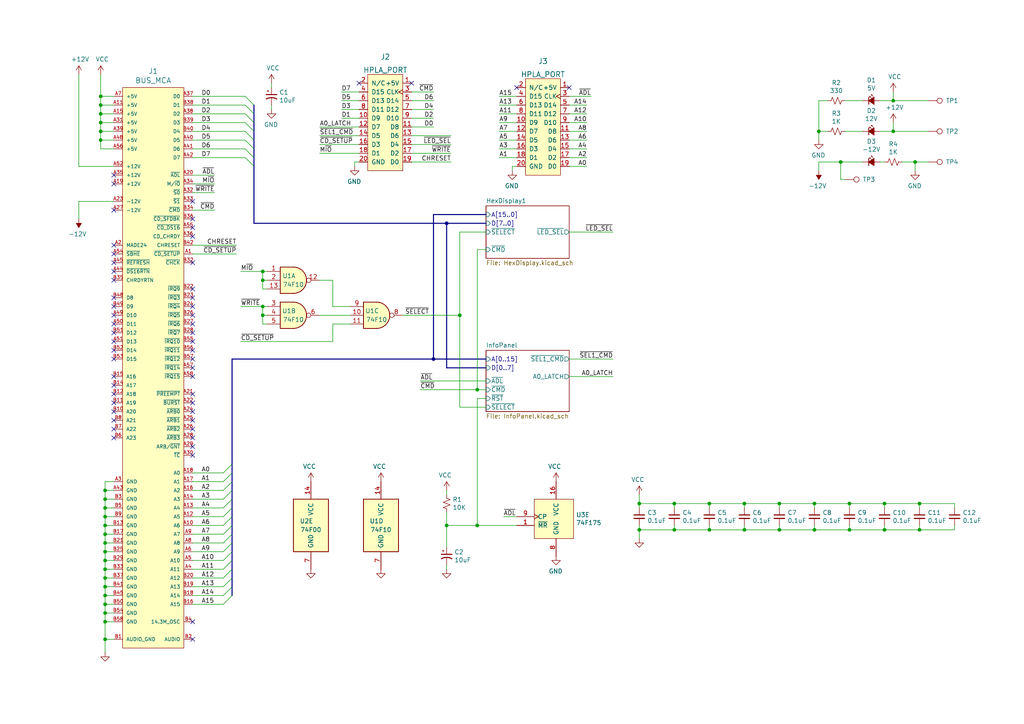
<source format=kicad_sch>
(kicad_sch (version 20211123) (generator eeschema)
  (paper "A4")
  (title_block (title "MC Mechanic") (rev "2") (company "(C) 2022 Tube Time") (comment 1 "http://creativecommons.org/licenses/by-sa/4.0/") (comment 2 "To view a copy of this license, visit") (comment 3 "Attribution-ShareAlike 4.0 International License.") (comment 4 "This work is licensed under the Creative Commons"))
  (lib_symbols
    (symbol "74xx:74LS00" (pin_names (offset 1.016))
      (property "Reference" "U" (at 0 1.27 0))
      (property "Value" "74LS00" (at 0 -1.27 0))
      (symbol "74LS00_1_1"
        (pin input line (at -7.62 2.54 0) (length 3.81) (name "~") (number "1"))
        (pin input line (at -7.62 -2.54 0) (length 3.81) (name "~") (number "2"))
        (pin output inverted (at 7.62 0 180) (length 3.81) (name "~") (number "3"))
      )
      (symbol "74LS00_1_2"
        (pin input inverted (at -7.62 2.54 0) (length 4.318) (name "~") (number "1"))
        (pin input inverted (at -7.62 -2.54 0) (length 4.318) (name "~") (number "2"))
        (pin output line (at 7.62 0 180) (length 3.81) (name "~") (number "3"))
      )
      (symbol "74LS00_2_1"
        (pin input line (at -7.62 2.54 0) (length 3.81) (name "~") (number "4"))
        (pin input line (at -7.62 -2.54 0) (length 3.81) (name "~") (number "5"))
        (pin output inverted (at 7.62 0 180) (length 3.81) (name "~") (number "6"))
      )
      (symbol "74LS00_2_2"
        (pin input inverted (at -7.62 2.54 0) (length 4.318) (name "~") (number "4"))
        (pin input inverted (at -7.62 -2.54 0) (length 4.318) (name "~") (number "5"))
        (pin output line (at 7.62 0 180) (length 3.81) (name "~") (number "6"))
      )
      (symbol "74LS00_3_1"
        (pin input line (at -7.62 -2.54 0) (length 3.81) (name "~") (number "10"))
        (pin output inverted (at 7.62 0 180) (length 3.81) (name "~") (number "8"))
        (pin input line (at -7.62 2.54 0) (length 3.81) (name "~") (number "9"))
      )
      (symbol "74LS00_3_2"
        (pin input inverted (at -7.62 -2.54 0) (length 4.318) (name "~") (number "10"))
        (pin output line (at 7.62 0 180) (length 3.81) (name "~") (number "8"))
        (pin input inverted (at -7.62 2.54 0) (length 4.318) (name "~") (number "9"))
      )
      (symbol "74LS00_4_1"
        (pin output inverted (at 7.62 0 180) (length 3.81) (name "~") (number "11"))
        (pin input line (at -7.62 2.54 0) (length 3.81) (name "~") (number "12"))
        (pin input line (at -7.62 -2.54 0) (length 3.81) (name "~") (number "13"))
      )
      (symbol "74LS00_4_2"
        (pin output line (at 7.62 0 180) (length 3.81) (name "~") (number "11"))
        (pin input inverted (at -7.62 2.54 0) (length 4.318) (name "~") (number "12"))
        (pin input inverted (at -7.62 -2.54 0) (length 4.318) (name "~") (number "13"))
      )
      (symbol "74LS00_5_0"
        (pin power_in line (at 0 12.7 270) (length 5.08) (name "VCC") (number "14"))
        (pin power_in line (at 0 -12.7 90) (length 5.08) (name "GND") (number "7"))
      )
    )
    (symbol "74xx:74LS10" (pin_names (offset 1.016))
      (property "Reference" "U" (at 0 1.27 0))
      (property "Value" "74LS10" (at 0 -1.27 0))
      (symbol "74LS10_1_1"
        (pin input line (at -7.62 2.54 0) (length 3.81) (name "~") (number "1"))
        (pin output inverted (at 7.62 0 180) (length 3.81) (name "~") (number "12"))
        (pin input line (at -7.62 -2.54 0) (length 3.81) (name "~") (number "13"))
        (pin input line (at -7.62 0 0) (length 3.81) (name "~") (number "2"))
      )
      (symbol "74LS10_1_2"
        (pin input inverted (at -7.62 2.54 0) (length 4.318) (name "~") (number "1"))
        (pin output line (at 7.62 0 180) (length 3.81) (name "~") (number "12"))
        (pin input inverted (at -7.62 -2.54 0) (length 4.318) (name "~") (number "13"))
        (pin input inverted (at -7.62 0 0) (length 4.953) (name "~") (number "2"))
      )
      (symbol "74LS10_2_1"
        (pin input line (at -7.62 2.54 0) (length 3.81) (name "~") (number "3"))
        (pin input line (at -7.62 0 0) (length 3.81) (name "~") (number "4"))
        (pin input line (at -7.62 -2.54 0) (length 3.81) (name "~") (number "5"))
        (pin output inverted (at 7.62 0 180) (length 3.81) (name "~") (number "6"))
      )
      (symbol "74LS10_2_2"
        (pin input inverted (at -7.62 2.54 0) (length 4.318) (name "~") (number "3"))
        (pin input inverted (at -7.62 0 0) (length 4.953) (name "~") (number "4"))
        (pin input inverted (at -7.62 -2.54 0) (length 4.318) (name "~") (number "5"))
        (pin output line (at 7.62 0 180) (length 3.81) (name "~") (number "6"))
      )
      (symbol "74LS10_3_1"
        (pin input line (at -7.62 0 0) (length 3.81) (name "~") (number "10"))
        (pin input line (at -7.62 -2.54 0) (length 3.81) (name "~") (number "11"))
        (pin output inverted (at 7.62 0 180) (length 3.81) (name "~") (number "8"))
        (pin input line (at -7.62 2.54 0) (length 3.81) (name "~") (number "9"))
      )
      (symbol "74LS10_3_2"
        (pin input inverted (at -7.62 0 0) (length 4.953) (name "~") (number "10"))
        (pin input inverted (at -7.62 -2.54 0) (length 4.318) (name "~") (number "11"))
        (pin output line (at 7.62 0 180) (length 3.81) (name "~") (number "8"))
        (pin input inverted (at -7.62 2.54 0) (length 4.318) (name "~") (number "9"))
      )
      (symbol "74LS10_4_0"
        (pin power_in line (at 0 12.7 270) (length 5.08) (name "VCC") (number "14"))
        (pin power_in line (at 0 -12.7 90) (length 5.08) (name "GND") (number "7"))
      )
    )
    (symbol "Connector:TestPoint" (pin_numbers hide) (pin_names (offset 0.762) hide)
      (property "Reference" "TP" (at 0 6.858 0))
      (property "Value" "TestPoint" (at 0 5.08 0))
      (symbol "TestPoint_1_1"
        (pin passive line (at 0 0 90) (length 2.54) (name "1") (number "1"))
      )
    )
    (symbol "Device:C_Polarized_Small_US" (pin_numbers hide) (pin_names (offset 0.254) hide)
      (property "Reference" "C" (at 0.254 1.778 0))
      (property "Value" "C_Polarized_Small_US" (at 0.254 -2.032 0))
      (symbol "C_Polarized_Small_US_1_1"
        (pin passive line (at 0 2.54 270) (length 2.032) (name "~") (number "1"))
        (pin passive line (at 0 -2.54 90) (length 2.032) (name "~") (number "2"))
      )
    )
    (symbol "Device:C_Small" (pin_numbers hide) (pin_names (offset 0.254) hide)
      (property "Reference" "C" (at 0.254 1.778 0))
      (property "Value" "C_Small" (at 0.254 -2.032 0))
      (symbol "C_Small_1_1"
        (pin passive line (at 0 2.54 270) (length 2.032) (name "~") (number "1"))
        (pin passive line (at 0 -2.54 90) (length 2.032) (name "~") (number "2"))
      )
    )
    (symbol "Device:LED_Small_Filled" (pin_numbers hide) (pin_names (offset 0.254) hide)
      (property "Reference" "D" (at -1.27 3.175 0))
      (property "Value" "LED_Small_Filled" (at -4.445 -2.54 0))
      (symbol "LED_Small_Filled_1_1"
        (pin passive line (at -2.54 0 0) (length 1.778) (name "K") (number "1"))
        (pin passive line (at 2.54 0 180) (length 1.778) (name "A") (number "2"))
      )
    )
    (symbol "Device:R_Small_US" (pin_numbers hide) (pin_names (offset 0.254) hide)
      (property "Reference" "R" (at 0.762 0.508 0))
      (property "Value" "R_Small_US" (at 0.762 -1.016 0))
      (symbol "R_Small_US_1_1"
        (pin passive line (at 0 2.54 270) (length 1.016) (name "~") (number "1"))
        (pin passive line (at 0 -2.54 90) (length 1.016) (name "~") (number "2"))
      )
    )
    (symbol "connectors:HPLA_PORT" (pin_names (offset 1.016))
      (property "Reference" "J" (at 5.08 2.54 0))
      (property "Value" "HPLA_PORT" (at 5.08 0 0))
      (symbol "HPLA_PORT_1_1"
        (pin passive line (at 12.7 -5.08 180) (length 2.54) (name "+5V") (number "1"))
        (pin passive line (at -2.54 -15.24 0) (length 2.54) (name "D9") (number "10"))
        (pin passive line (at 12.7 -17.78 180) (length 2.54) (name "D8") (number "11"))
        (pin passive line (at -2.54 -17.78 0) (length 2.54) (name "D7") (number "12"))
        (pin passive line (at 12.7 -20.32 180) (length 2.54) (name "D6") (number "13"))
        (pin passive line (at -2.54 -20.32 0) (length 2.54) (name "D5") (number "14"))
        (pin passive line (at 12.7 -22.86 180) (length 2.54) (name "D4") (number "15"))
        (pin passive line (at -2.54 -22.86 0) (length 2.54) (name "D3") (number "16"))
        (pin passive line (at 12.7 -25.4 180) (length 2.54) (name "D2") (number "17"))
        (pin passive line (at -2.54 -25.4 0) (length 2.54) (name "D1") (number "18"))
        (pin passive line (at 12.7 -27.94 180) (length 2.54) (name "D0") (number "19"))
        (pin passive line (at -2.54 -5.08 0) (length 2.54) (name "N/C") (number "2"))
        (pin passive line (at -2.54 -27.94 0) (length 2.54) (name "GND") (number "20"))
        (pin passive clock (at 12.7 -7.62 180) (length 2.54) (name "CLK") (number "3"))
        (pin passive line (at -2.54 -7.62 0) (length 2.54) (name "D15") (number "4"))
        (pin passive line (at 12.7 -10.16 180) (length 2.54) (name "D14") (number "5"))
        (pin passive line (at -2.54 -10.16 0) (length 2.54) (name "D13") (number "6"))
        (pin passive line (at 12.7 -12.7 180) (length 2.54) (name "D12") (number "7"))
        (pin passive line (at -2.54 -12.7 0) (length 2.54) (name "D11") (number "8"))
        (pin passive line (at 12.7 -15.24 180) (length 2.54) (name "D10") (number "9"))
      )
    )
    (symbol "logic:74X175" (pin_names (offset 1.016))
      (property "Reference" "U" (at 8.89 3.81 0))
      (property "Value" "74X175" (at 11.43 1.27 0))
      (symbol "74X175_1_1"
        (pin output line (at 12.7 -2.54 180) (length 5.08) (name "Q") (number "2"))
        (pin output line (at 12.7 -5.08 180) (length 5.08) (name "~{Q}") (number "3"))
        (pin input line (at -5.08 -2.54 0) (length 5.08) (name "D") (number "4"))
      )
      (symbol "74X175_2_1"
        (pin input line (at -5.08 -2.54 0) (length 5.08) (name "D") (number "5"))
        (pin output line (at 12.7 -5.08 180) (length 5.08) (name "~{Q}") (number "6"))
        (pin output line (at 12.7 -2.54 180) (length 5.08) (name "Q") (number "7"))
      )
      (symbol "74X175_3_1"
        (pin output line (at 12.7 -2.54 180) (length 5.08) (name "Q") (number "10"))
        (pin output line (at 12.7 -5.08 180) (length 5.08) (name "~{Q}") (number "11"))
        (pin input line (at -5.08 -2.54 0) (length 5.08) (name "D") (number "12"))
      )
      (symbol "74X175_4_1"
        (pin input line (at -5.08 -2.54 0) (length 5.08) (name "D") (number "13"))
        (pin output line (at 12.7 -5.08 180) (length 5.08) (name "~{Q}") (number "14"))
        (pin output line (at 12.7 -2.54 180) (length 5.08) (name "Q") (number "15"))
      )
      (symbol "74X175_5_1"
        (pin input line (at -5.08 -7.62 0) (length 5.08) (name "~{MR}") (number "1"))
        (pin power_in line (at 6.35 5.08 270) (length 5.08) (name "VCC") (number "16"))
        (pin power_in line (at 6.35 -16.51 90) (length 5.08) (name "GND") (number "8"))
        (pin input clock (at -5.08 -5.08 0) (length 5.08) (name "CP") (number "9"))
      )
    )
    (symbol "microchannel:BUS_MCA" (pin_names (offset 1.016))
      (property "Reference" "J" (at 1.27 107.95 0))
      (property "Value" "BUS_MCA" (at 6.35 105.41 0))
      (symbol "BUS_MCA_0_0"
        (pin output line (at 15.24 55.88 180) (length 2.54) (name "~{CD_SETUP}") (number "A1"))
        (pin output line (at 15.24 -22.86 180) (length 2.54) (name "A6") (number "A10"))
        (pin passive line (at -7.62 99.06 0) (length 2.54) (name "+5V") (number "A11"))
        (pin output line (at 15.24 -20.32 180) (length 2.54) (name "A5") (number "A12"))
        (pin output line (at 15.24 -17.78 180) (length 2.54) (name "A4") (number "A13"))
        (pin output line (at 15.24 -15.24 180) (length 2.54) (name "A3") (number "A14"))
        (pin passive line (at -7.62 96.52 0) (length 2.54) (name "+5V") (number "A15"))
        (pin output line (at 15.24 -12.7 180) (length 2.54) (name "A2") (number "A16"))
        (pin output line (at 15.24 -10.16 180) (length 2.54) (name "A1") (number "A17"))
        (pin output line (at 15.24 -7.62 180) (length 2.54) (name "A0") (number "A18"))
        (pin output line (at 15.24 78.74 180) (length 2.54) (name "~{ADL}") (number "A20"))
        (pin power_out line (at -7.62 -10.16 0) (length 2.54) (name "GND") (number "A3"))
        (pin passive line (at -7.62 93.98 0) (length 2.54) (name "+5V") (number "A31"))
        (pin output line (at 15.24 73.66 180) (length 2.54) (name "~{S0}") (number "A32"))
        (pin output line (at 15.24 71.12 180) (length 2.54) (name "~{S1}") (number "A33"))
        (pin output line (at 15.24 76.2 180) (length 2.54) (name "M/~{IO}") (number "A34"))
        (pin bidirectional line (at 15.24 101.6 180) (length 2.54) (name "D0") (number "A37"))
        (pin bidirectional line (at 15.24 96.52 180) (length 2.54) (name "D2") (number "A38"))
        (pin passive line (at -7.62 91.44 0) (length 2.54) (name "+5V") (number "A39"))
        (pin output line (at 15.24 -35.56 180) (length 2.54) (name "A11") (number "A4"))
        (pin bidirectional line (at 15.24 88.9 180) (length 2.54) (name "D5") (number "A40"))
        (pin bidirectional line (at 15.24 86.36 180) (length 2.54) (name "D6") (number "A41"))
        (pin bidirectional line (at 15.24 83.82 180) (length 2.54) (name "D7") (number "A42"))
        (pin passive line (at -7.62 -12.7 0) (length 2.54) (name "GND") (number "A43"))
        (pin output line (at 15.24 -33.02 180) (length 2.54) (name "A10") (number "A5"))
        (pin output line (at 15.24 -30.48 180) (length 2.54) (name "A9") (number "A6"))
        (pin power_out line (at -7.62 101.6 0) (length 2.54) (name "+5V") (number "A7"))
        (pin output line (at 15.24 -27.94 180) (length 2.54) (name "A8") (number "A8"))
        (pin output line (at 15.24 -25.4 180) (length 2.54) (name "A7") (number "A9"))
        (pin passive line (at -7.62 -22.86 0) (length 2.54) (name "GND") (number "B13"))
        (pin output line (at 15.24 -45.72 180) (length 2.54) (name "A15") (number "B16"))
        (pin passive line (at -7.62 -25.4 0) (length 2.54) (name "GND") (number "B17"))
        (pin output line (at 15.24 -43.18 180) (length 2.54) (name "A14") (number "B18"))
        (pin output line (at 15.24 -40.64 180) (length 2.54) (name "A13") (number "B19"))
        (pin output line (at 15.24 -38.1 180) (length 2.54) (name "A12") (number "B20"))
        (pin passive line (at -7.62 -27.94 0) (length 2.54) (name "GND") (number "B21"))
        (pin passive line (at -7.62 -30.48 0) (length 2.54) (name "GND") (number "B25"))
        (pin passive line (at -7.62 -33.02 0) (length 2.54) (name "GND") (number "B29"))
        (pin passive line (at -7.62 -15.24 0) (length 2.54) (name "GND") (number "B3"))
        (pin passive line (at -7.62 -35.56 0) (length 2.54) (name "GND") (number "B33"))
        (pin output line (at 15.24 68.58 180) (length 2.54) (name "~{CMD}") (number "B34"))
        (pin input line (at 15.24 66.04 180) (length 2.54) (name "~{CD_SFDBK}") (number "B36"))
        (pin passive line (at -7.62 -38.1 0) (length 2.54) (name "GND") (number "B37"))
        (pin bidirectional line (at 15.24 99.06 180) (length 2.54) (name "D1") (number "B38"))
        (pin bidirectional line (at 15.24 93.98 180) (length 2.54) (name "D3") (number "B39"))
        (pin bidirectional line (at 15.24 91.44 180) (length 2.54) (name "D4") (number "B40"))
        (pin passive line (at -7.62 -40.64 0) (length 2.54) (name "GND") (number "B41"))
        (pin output line (at 15.24 58.42 180) (length 2.54) (name "CHRESET") (number "B42"))
        (pin passive line (at -7.62 -43.18 0) (length 2.54) (name "GND") (number "B45"))
        (pin passive line (at -7.62 -17.78 0) (length 2.54) (name "GND") (number "B5"))
        (pin passive line (at -7.62 -20.32 0) (length 2.54) (name "GND") (number "B9"))
      )
      (symbol "BUS_MCA_1_1"
        (pin passive line (at -7.62 76.2 0) (length 2.54) (name "+12V") (number "A19"))
        (pin output line (at -7.62 58.42 0) (length 2.54) (name "MADE24") (number "A2"))
        (pin open_collector line (at 15.24 15.24 180) (length 2.54) (name "~{PREEMPT}") (number "A21"))
        (pin open_collector line (at 15.24 12.7 180) (length 2.54) (name "~{BURST}") (number "A22"))
        (pin power_out line (at -7.62 71.12 0) (length 2.54) (name "-12V") (number "A23"))
        (pin open_collector line (at 15.24 10.16 180) (length 2.54) (name "~{ARB0}") (number "A24"))
        (pin open_collector line (at 15.24 7.62 180) (length 2.54) (name "~{ARB1}") (number "A25"))
        (pin open_collector line (at 15.24 5.08 180) (length 2.54) (name "~{ARB2}") (number "A26"))
        (pin passive line (at -7.62 68.58 0) (length 2.54) (name "-12V") (number "A27"))
        (pin open_collector line (at 15.24 2.54 180) (length 2.54) (name "~{ARB3}") (number "A28"))
        (pin output line (at 15.24 0 180) (length 2.54) (name "ARB/~{GNT}") (number "A29"))
        (pin output line (at 15.24 -2.54 180) (length 2.54) (name "~{TC}") (number "A30"))
        (pin passive line (at -7.62 78.74 0) (length 2.54) (name "+12V") (number "A35"))
        (pin input line (at 15.24 60.96 180) (length 2.54) (name "CD_CHRDY") (number "A36"))
        (pin output line (at -7.62 50.8 0) (length 2.54) (name "~{DS16RTN}") (number "A44"))
        (pin output line (at -7.62 53.34 0) (length 2.54) (name "~{REFRESH}") (number "A45"))
        (pin passive line (at -7.62 88.9 0) (length 2.54) (name "+5V") (number "A48"))
        (pin bidirectional line (at -7.62 38.1 0) (length 2.54) (name "D10") (number "A49"))
        (pin bidirectional line (at -7.62 35.56 0) (length 2.54) (name "D11") (number "A50"))
        (pin bidirectional line (at -7.62 30.48 0) (length 2.54) (name "D13") (number "A51"))
        (pin power_out line (at -7.62 81.28 0) (length 2.54) (name "+12V") (number "A52"))
        (pin output line (at -7.62 55.88 0) (length 2.54) (name "~{SBHE}") (number "A54"))
        (pin input line (at 15.24 63.5 180) (length 2.54) (name "~{CD_DS16}") (number "A55"))
        (pin passive line (at -7.62 86.36 0) (length 2.54) (name "+5V") (number "A56"))
        (pin open_collector line (at 15.24 22.86 180) (length 2.54) (name "~{IRQ14}") (number "A57"))
        (pin open_collector line (at 15.24 20.32 180) (length 2.54) (name "~{IRQ15}") (number "A58"))
        (pin passive line (at -7.62 -55.88 0) (length 2.54) (name "AUDIO_GND") (number "B1"))
        (pin output line (at -7.62 10.16 0) (length 2.54) (name "A20") (number "B10"))
        (pin output line (at -7.62 12.7 0) (length 2.54) (name "A19") (number "B11"))
        (pin output line (at -7.62 15.24 0) (length 2.54) (name "A18") (number "B12"))
        (pin output line (at -7.62 17.78 0) (length 2.54) (name "A17") (number "B14"))
        (pin output line (at -7.62 20.32 0) (length 2.54) (name "A16") (number "B15"))
        (pin passive line (at 15.24 -55.88 180) (length 2.54) (name "AUDIO") (number "B2"))
        (pin open_collector line (at 15.24 45.72 180) (length 2.54) (name "~{IRQ9}") (number "B22"))
        (pin open_collector line (at 15.24 43.18 180) (length 2.54) (name "~{IRQ3}") (number "B23"))
        (pin open_collector line (at 15.24 40.64 180) (length 2.54) (name "~{IRQ4}") (number "B24"))
        (pin open_collector line (at 15.24 38.1 180) (length 2.54) (name "~{IRQ5}") (number "B26"))
        (pin open_collector line (at 15.24 35.56 180) (length 2.54) (name "~{IRQ6}") (number "B27"))
        (pin open_collector line (at 15.24 33.02 180) (length 2.54) (name "~{IRQ7}") (number "B28"))
        (pin input line (at 15.24 53.34 180) (length 2.54) (name "~{CHCK}") (number "B32"))
        (pin output line (at -7.62 48.26 0) (length 2.54) (name "CHRDYRTN") (number "B35"))
        (pin output line (at 15.24 -50.8 180) (length 2.54) (name "14.3M_OSC") (number "B4"))
        (pin bidirectional line (at -7.62 43.18 0) (length 2.54) (name "D8") (number "B48"))
        (pin bidirectional line (at -7.62 40.64 0) (length 2.54) (name "D9") (number "B49"))
        (pin passive line (at -7.62 -45.72 0) (length 2.54) (name "GND") (number "B50"))
        (pin bidirectional line (at -7.62 33.02 0) (length 2.54) (name "D12") (number "B51"))
        (pin bidirectional line (at -7.62 27.94 0) (length 2.54) (name "D14") (number "B52"))
        (pin bidirectional line (at -7.62 25.4 0) (length 2.54) (name "D15") (number "B53"))
        (pin passive line (at -7.62 -48.26 0) (length 2.54) (name "GND") (number "B54"))
        (pin open_collector line (at 15.24 30.48 180) (length 2.54) (name "~{IRQ10}") (number "B55"))
        (pin open_collector line (at 15.24 27.94 180) (length 2.54) (name "~{IRQ11}") (number "B56"))
        (pin open_collector line (at 15.24 25.4 180) (length 2.54) (name "~{IRQ12}") (number "B57"))
        (pin passive line (at -7.62 -50.8 0) (length 2.54) (name "GND") (number "B58"))
        (pin output line (at -7.62 2.54 0) (length 2.54) (name "A23") (number "B6"))
        (pin output line (at -7.62 5.08 0) (length 2.54) (name "A22") (number "B7"))
        (pin output line (at -7.62 7.62 0) (length 2.54) (name "A21") (number "B8"))
      )
    )
    (symbol "power:+12V" (power) (pin_names (offset 0))
      (property "Value" "+12V" (at 0 3.556 0))
      (symbol "+12V_1_1"
        (pin power_in line (at 0 0 90) (length 0) hide (name "+12V") (number "1"))
      )
    )
    (symbol "power:-12V" (power) (pin_names (offset 0))
      (property "Value" "-12V" (at 0 3.81 0))
      (symbol "-12V_0_0"
        (pin power_in line (at 0 0 90) (length 0) hide (name "-12V") (number "1"))
      )
    )
    (symbol "power:GND" (power) (pin_names (offset 0))
      (property "Value" "GND" (at 0 -3.81 0))
      (symbol "GND_1_1"
        (pin power_in line (at 0 0 270) (length 0) hide (name "GND") (number "1"))
      )
    )
    (symbol "power:VCC" (power) (pin_names (offset 0))
      (property "Value" "VCC" (at 0 3.81 0))
      (symbol "VCC_1_1"
        (pin power_in line (at 0 0 90) (length 0) hide (name "VCC") (number "1"))
      )
    )
  )
  (junction (at 30.48 160.02))
  (junction (at 76.2 91.44))
  (junction (at 30.48 165.1))
  (junction (at 30.48 142.24))
  (junction (at 265.43 46.99))
  (junction (at 29.21 33.02))
  (junction (at 29.21 35.56))
  (junction (at 138.43 113.03))
  (junction (at 226.06 146.05))
  (junction (at 30.48 152.4))
  (junction (at 205.74 146.05))
  (junction (at 30.48 147.32))
  (junction (at 185.42 146.05))
  (junction (at 256.54 153.67))
  (junction (at 30.48 180.34))
  (junction (at 226.06 153.67))
  (junction (at 76.2 88.9))
  (junction (at 256.54 146.05))
  (junction (at 215.9 146.05))
  (junction (at 129.54 64.77))
  (junction (at 236.22 146.05))
  (junction (at 29.21 38.1))
  (junction (at 30.48 185.42))
  (junction (at 30.48 175.26))
  (junction (at 138.43 152.4))
  (junction (at 195.58 146.05))
  (junction (at 246.38 153.67))
  (junction (at 237.49 38.1))
  (junction (at 125.73 104.14))
  (junction (at 30.48 144.78))
  (junction (at 30.48 167.64))
  (junction (at 30.48 157.48))
  (junction (at 129.54 152.4))
  (junction (at 76.2 78.74))
  (junction (at 243.84 46.99))
  (junction (at 30.48 170.18))
  (junction (at 29.21 27.94))
  (junction (at 259.08 29.21))
  (junction (at 205.74 153.67))
  (junction (at 30.48 177.8))
  (junction (at 29.21 40.64))
  (junction (at 30.48 172.72))
  (junction (at 266.7 146.05))
  (junction (at 195.58 153.67))
  (junction (at 30.48 162.56))
  (junction (at 76.2 81.28))
  (junction (at 215.9 153.67))
  (junction (at 29.21 30.48))
  (junction (at 259.08 38.1))
  (junction (at 236.22 153.67))
  (junction (at 30.48 149.86))
  (junction (at 133.35 91.44))
  (junction (at 266.7 153.67))
  (junction (at 30.48 154.94))
  (junction (at 185.42 153.67))
  (junction (at 246.38 146.05))
  (no_connect (at 33.02 86.36))
  (no_connect (at 33.02 119.38))
  (no_connect (at 33.02 60.96))
  (no_connect (at 165.1 25.4))
  (no_connect (at 149.86 25.4))
  (no_connect (at 33.02 93.98))
  (no_connect (at 33.02 50.8))
  (no_connect (at 33.02 53.34))
  (no_connect (at 33.02 101.6))
  (no_connect (at 33.02 96.52))
  (no_connect (at 33.02 109.22))
  (no_connect (at 33.02 111.76))
  (no_connect (at 33.02 91.44))
  (no_connect (at 55.88 58.42))
  (no_connect (at 33.02 121.92))
  (no_connect (at 55.88 180.34))
  (no_connect (at 55.88 101.6))
  (no_connect (at 55.88 132.08))
  (no_connect (at 55.88 91.44))
  (no_connect (at 55.88 93.98))
  (no_connect (at 55.88 83.82))
  (no_connect (at 55.88 86.36))
  (no_connect (at 55.88 88.9))
  (no_connect (at 55.88 96.52))
  (no_connect (at 55.88 106.68))
  (no_connect (at 55.88 109.22))
  (no_connect (at 55.88 114.3))
  (no_connect (at 55.88 116.84))
  (no_connect (at 55.88 104.14))
  (no_connect (at 55.88 99.06))
  (no_connect (at 55.88 129.54))
  (no_connect (at 55.88 127))
  (no_connect (at 55.88 119.38))
  (no_connect (at 55.88 121.92))
  (no_connect (at 55.88 124.46))
  (no_connect (at 33.02 81.28))
  (no_connect (at 33.02 78.74))
  (no_connect (at 33.02 71.12))
  (no_connect (at 33.02 73.66))
  (no_connect (at 55.88 66.04))
  (no_connect (at 55.88 63.5))
  (no_connect (at 55.88 76.2))
  (no_connect (at 33.02 114.3))
  (no_connect (at 33.02 76.2))
  (no_connect (at 55.88 185.42))
  (no_connect (at 33.02 127))
  (no_connect (at 33.02 104.14))
  (no_connect (at 33.02 124.46))
  (no_connect (at 33.02 99.06))
  (no_connect (at 33.02 116.84))
  (no_connect (at 33.02 88.9))
  (no_connect (at 55.88 68.58))
  (no_connect (at 119.38 24.13))
  (no_connect (at 104.14 24.13))
  (bus_entry (at 71.12 33.02) (size 2.54 2.54))
  (bus_entry (at 64.77 165.1) (size 2.54 -2.54))
  (bus_entry (at 64.77 175.26) (size 2.54 -2.54))
  (bus_entry (at 64.77 144.78) (size 2.54 -2.54))
  (bus_entry (at 71.12 40.64) (size 2.54 2.54))
  (bus_entry (at 71.12 45.72) (size 2.54 2.54))
  (bus_entry (at 64.77 167.64) (size 2.54 -2.54))
  (bus_entry (at 64.77 137.16) (size 2.54 -2.54))
  (bus_entry (at 71.12 43.18) (size 2.54 2.54))
  (bus_entry (at 64.77 139.7) (size 2.54 -2.54))
  (bus_entry (at 64.77 160.02) (size 2.54 -2.54))
  (bus_entry (at 64.77 157.48) (size 2.54 -2.54))
  (bus_entry (at 64.77 170.18) (size 2.54 -2.54))
  (bus_entry (at 64.77 162.56) (size 2.54 -2.54))
  (bus_entry (at 64.77 147.32) (size 2.54 -2.54))
  (bus_entry (at 64.77 142.24) (size 2.54 -2.54))
  (bus_entry (at 64.77 152.4) (size 2.54 -2.54))
  (bus_entry (at 64.77 172.72) (size 2.54 -2.54))
  (bus_entry (at 71.12 38.1) (size 2.54 2.54))
  (bus_entry (at 71.12 27.94) (size 2.54 2.54))
  (bus_entry (at 64.77 154.94) (size 2.54 -2.54))
  (bus_entry (at 71.12 30.48) (size 2.54 2.54))
  (bus_entry (at 64.77 149.86) (size 2.54 -2.54))
  (bus_entry (at 71.12 35.56) (size 2.54 2.54))
  (bus (pts (xy 73.66 33.02) (xy 73.66 35.56)))
  (wire (pts (xy 55.88 137.16) (xy 64.77 137.16)))
  (wire (pts (xy 266.7 153.67) (xy 276.86 153.67)))
  (wire (pts (xy 55.88 142.24) (xy 64.77 142.24)))
  (bus (pts (xy 67.31 139.7) (xy 67.31 142.24)))
  (wire (pts (xy 165.1 40.64) (xy 170.18 40.64)))
  (wire (pts (xy 205.74 146.05) (xy 215.9 146.05)))
  (wire (pts (xy 33.02 139.7) (xy 30.48 139.7)))
  (wire (pts (xy 246.38 146.05) (xy 246.38 147.32)))
  (wire (pts (xy 276.86 152.4) (xy 276.86 153.67)))
  (wire (pts (xy 119.38 44.45) (xy 130.81 44.45)))
  (wire (pts (xy 165.1 38.1) (xy 170.18 38.1)))
  (wire (pts (xy 29.21 40.64) (xy 29.21 38.1)))
  (wire (pts (xy 76.2 78.74) (xy 69.85 78.74)))
  (wire (pts (xy 29.21 30.48) (xy 33.02 30.48)))
  (wire (pts (xy 140.97 72.39) (xy 138.43 72.39)))
  (wire (pts (xy 30.48 170.18) (xy 30.48 172.72)))
  (wire (pts (xy 121.92 113.03) (xy 138.43 113.03)))
  (bus (pts (xy 129.54 64.77) (xy 129.54 106.68)))
  (wire (pts (xy 237.49 38.1) (xy 237.49 29.21)))
  (wire (pts (xy 165.1 48.26) (xy 170.18 48.26)))
  (bus (pts (xy 67.31 149.86) (xy 67.31 152.4)))
  (wire (pts (xy 237.49 40.64) (xy 237.49 38.1)))
  (wire (pts (xy 33.02 33.02) (xy 29.21 33.02)))
  (wire (pts (xy 215.9 146.05) (xy 226.06 146.05)))
  (wire (pts (xy 119.38 26.67) (xy 125.73 26.67)))
  (wire (pts (xy 261.62 46.99) (xy 265.43 46.99)))
  (wire (pts (xy 30.48 154.94) (xy 30.48 157.48)))
  (wire (pts (xy 29.21 33.02) (xy 29.21 30.48)))
  (wire (pts (xy 133.35 118.11) (xy 140.97 118.11)))
  (wire (pts (xy 96.52 93.98) (xy 96.52 99.06)))
  (wire (pts (xy 236.22 146.05) (xy 246.38 146.05)))
  (wire (pts (xy 29.21 35.56) (xy 33.02 35.56)))
  (wire (pts (xy 149.86 48.26) (xy 148.59 48.26)))
  (wire (pts (xy 76.2 78.74) (xy 76.2 81.28)))
  (wire (pts (xy 102.87 48.26) (xy 102.87 46.99)))
  (wire (pts (xy 165.1 27.94) (xy 171.45 27.94)))
  (wire (pts (xy 76.2 88.9) (xy 76.2 91.44)))
  (wire (pts (xy 138.43 152.4) (xy 129.54 152.4)))
  (wire (pts (xy 236.22 152.4) (xy 236.22 153.67)))
  (wire (pts (xy 30.48 162.56) (xy 30.48 165.1)))
  (wire (pts (xy 55.88 154.94) (xy 64.77 154.94)))
  (wire (pts (xy 256.54 146.05) (xy 266.7 146.05)))
  (bus (pts (xy 67.31 134.62) (xy 67.31 137.16)))
  (wire (pts (xy 185.42 153.67) (xy 185.42 156.21)))
  (wire (pts (xy 77.47 88.9) (xy 76.2 88.9)))
  (wire (pts (xy 22.86 58.42) (xy 22.86 63.5)))
  (wire (pts (xy 215.9 153.67) (xy 205.74 153.67)))
  (wire (pts (xy 55.88 172.72) (xy 64.77 172.72)))
  (wire (pts (xy 55.88 175.26) (xy 64.77 175.26)))
  (wire (pts (xy 102.87 46.99) (xy 104.14 46.99)))
  (wire (pts (xy 226.06 146.05) (xy 236.22 146.05)))
  (bus (pts (xy 73.66 38.1) (xy 73.66 40.64)))
  (wire (pts (xy 92.71 44.45) (xy 104.14 44.45)))
  (wire (pts (xy 55.88 38.1) (xy 71.12 38.1)))
  (wire (pts (xy 55.88 40.64) (xy 71.12 40.64)))
  (wire (pts (xy 133.35 67.31) (xy 133.35 91.44)))
  (wire (pts (xy 33.02 27.94) (xy 29.21 27.94)))
  (wire (pts (xy 119.38 46.99) (xy 130.81 46.99)))
  (wire (pts (xy 33.02 40.64) (xy 29.21 40.64)))
  (wire (pts (xy 55.88 149.86) (xy 64.77 149.86)))
  (wire (pts (xy 185.42 143.51) (xy 185.42 146.05)))
  (wire (pts (xy 237.49 46.99) (xy 243.84 46.99)))
  (wire (pts (xy 33.02 38.1) (xy 29.21 38.1)))
  (bus (pts (xy 73.66 43.18) (xy 73.66 45.72)))
  (wire (pts (xy 55.88 73.66) (xy 68.58 73.66)))
  (wire (pts (xy 33.02 144.78) (xy 30.48 144.78)))
  (wire (pts (xy 30.48 149.86) (xy 30.48 152.4)))
  (wire (pts (xy 246.38 152.4) (xy 246.38 153.67)))
  (wire (pts (xy 55.88 53.34) (xy 62.23 53.34)))
  (wire (pts (xy 165.1 104.14) (xy 177.8 104.14)))
  (bus (pts (xy 67.31 167.64) (xy 67.31 170.18)))
  (wire (pts (xy 259.08 35.56) (xy 259.08 38.1)))
  (wire (pts (xy 259.08 26.67) (xy 259.08 29.21)))
  (wire (pts (xy 237.49 46.99) (xy 237.49 49.53)))
  (bus (pts (xy 67.31 162.56) (xy 67.31 165.1)))
  (wire (pts (xy 140.97 115.57) (xy 138.43 115.57)))
  (wire (pts (xy 266.7 146.05) (xy 276.86 146.05)))
  (wire (pts (xy 226.06 152.4) (xy 226.06 153.67)))
  (wire (pts (xy 55.88 55.88) (xy 62.23 55.88)))
  (wire (pts (xy 255.27 38.1) (xy 259.08 38.1)))
  (wire (pts (xy 29.21 30.48) (xy 29.21 27.94)))
  (wire (pts (xy 55.88 60.96) (xy 62.23 60.96)))
  (wire (pts (xy 144.78 38.1) (xy 149.86 38.1)))
  (wire (pts (xy 78.74 24.13) (xy 78.74 25.4)))
  (wire (pts (xy 92.71 91.44) (xy 101.6 91.44)))
  (wire (pts (xy 250.19 38.1) (xy 245.11 38.1)))
  (wire (pts (xy 138.43 115.57) (xy 138.43 152.4)))
  (wire (pts (xy 138.43 152.4) (xy 149.86 152.4)))
  (wire (pts (xy 30.48 147.32) (xy 30.48 149.86)))
  (wire (pts (xy 30.48 167.64) (xy 30.48 170.18)))
  (wire (pts (xy 133.35 91.44) (xy 133.35 118.11)))
  (bus (pts (xy 73.66 45.72) (xy 73.66 48.26)))
  (wire (pts (xy 148.59 48.26) (xy 148.59 49.53)))
  (wire (pts (xy 119.38 39.37) (xy 130.81 39.37)))
  (wire (pts (xy 77.47 78.74) (xy 76.2 78.74)))
  (bus (pts (xy 67.31 157.48) (xy 67.31 160.02)))
  (bus (pts (xy 67.31 104.14) (xy 67.31 134.62)))
  (bus (pts (xy 73.66 48.26) (xy 73.66 64.77)))
  (wire (pts (xy 246.38 153.67) (xy 256.54 153.67)))
  (bus (pts (xy 140.97 104.14) (xy 125.73 104.14)))
  (wire (pts (xy 140.97 67.31) (xy 133.35 67.31)))
  (wire (pts (xy 144.78 33.02) (xy 149.86 33.02)))
  (wire (pts (xy 30.48 142.24) (xy 30.48 144.78)))
  (wire (pts (xy 226.06 153.67) (xy 215.9 153.67)))
  (wire (pts (xy 33.02 157.48) (xy 30.48 157.48)))
  (wire (pts (xy 33.02 185.42) (xy 30.48 185.42)))
  (bus (pts (xy 73.66 40.64) (xy 73.66 43.18)))
  (wire (pts (xy 76.2 91.44) (xy 76.2 93.98)))
  (wire (pts (xy 138.43 72.39) (xy 138.43 113.03)))
  (wire (pts (xy 55.88 144.78) (xy 64.77 144.78)))
  (wire (pts (xy 33.02 147.32) (xy 30.48 147.32)))
  (wire (pts (xy 205.74 146.05) (xy 205.74 147.32)))
  (wire (pts (xy 30.48 172.72) (xy 30.48 175.26)))
  (bus (pts (xy 67.31 144.78) (xy 67.31 147.32)))
  (wire (pts (xy 33.02 167.64) (xy 30.48 167.64)))
  (wire (pts (xy 33.02 175.26) (xy 30.48 175.26)))
  (wire (pts (xy 92.71 36.83) (xy 104.14 36.83)))
  (wire (pts (xy 101.6 93.98) (xy 96.52 93.98)))
  (wire (pts (xy 22.86 58.42) (xy 33.02 58.42)))
  (wire (pts (xy 55.88 147.32) (xy 64.77 147.32)))
  (wire (pts (xy 76.2 88.9) (xy 69.85 88.9)))
  (wire (pts (xy 30.48 185.42) (xy 30.48 189.23)))
  (wire (pts (xy 195.58 146.05) (xy 205.74 146.05)))
  (wire (pts (xy 30.48 157.48) (xy 30.48 160.02)))
  (wire (pts (xy 33.02 177.8) (xy 30.48 177.8)))
  (wire (pts (xy 55.88 30.48) (xy 71.12 30.48)))
  (wire (pts (xy 165.1 109.22) (xy 177.8 109.22)))
  (wire (pts (xy 185.42 147.32) (xy 185.42 146.05)))
  (wire (pts (xy 165.1 30.48) (xy 170.18 30.48)))
  (wire (pts (xy 165.1 67.31) (xy 177.8 67.31)))
  (wire (pts (xy 78.74 31.75) (xy 78.74 30.48)))
  (wire (pts (xy 205.74 152.4) (xy 205.74 153.67)))
  (wire (pts (xy 55.88 50.8) (xy 62.23 50.8)))
  (wire (pts (xy 55.88 27.94) (xy 71.12 27.94)))
  (wire (pts (xy 119.38 29.21) (xy 125.73 29.21)))
  (wire (pts (xy 226.06 146.05) (xy 226.06 147.32)))
  (wire (pts (xy 129.54 143.51) (xy 129.54 142.24)))
  (wire (pts (xy 256.54 152.4) (xy 256.54 153.67)))
  (wire (pts (xy 129.54 165.1) (xy 129.54 163.83)))
  (bus (pts (xy 73.66 64.77) (xy 129.54 64.77)))
  (wire (pts (xy 195.58 152.4) (xy 195.58 153.67)))
  (wire (pts (xy 33.02 172.72) (xy 30.48 172.72)))
  (wire (pts (xy 92.71 41.91) (xy 104.14 41.91)))
  (wire (pts (xy 55.88 170.18) (xy 64.77 170.18)))
  (wire (pts (xy 265.43 46.99) (xy 269.24 46.99)))
  (wire (pts (xy 99.06 29.21) (xy 104.14 29.21)))
  (wire (pts (xy 243.84 46.99) (xy 250.19 46.99)))
  (wire (pts (xy 29.21 43.18) (xy 29.21 40.64)))
  (wire (pts (xy 243.84 46.99) (xy 243.84 52.07)))
  (wire (pts (xy 195.58 146.05) (xy 195.58 147.32)))
  (wire (pts (xy 144.78 40.64) (xy 149.86 40.64)))
  (wire (pts (xy 236.22 146.05) (xy 236.22 147.32)))
  (wire (pts (xy 256.54 146.05) (xy 256.54 147.32)))
  (wire (pts (xy 33.02 180.34) (xy 30.48 180.34)))
  (bus (pts (xy 67.31 147.32) (xy 67.31 149.86)))
  (bus (pts (xy 67.31 165.1) (xy 67.31 167.64)))
  (wire (pts (xy 245.11 52.07) (xy 243.84 52.07)))
  (wire (pts (xy 195.58 153.67) (xy 185.42 153.67)))
  (wire (pts (xy 55.88 139.7) (xy 64.77 139.7)))
  (wire (pts (xy 236.22 153.67) (xy 226.06 153.67)))
  (bus (pts (xy 67.31 170.18) (xy 67.31 172.72)))
  (wire (pts (xy 116.84 91.44) (xy 133.35 91.44)))
  (wire (pts (xy 92.71 81.28) (xy 96.52 81.28)))
  (bus (pts (xy 73.66 35.56) (xy 73.66 38.1)))
  (wire (pts (xy 30.48 165.1) (xy 30.48 167.64)))
  (wire (pts (xy 144.78 35.56) (xy 149.86 35.56)))
  (wire (pts (xy 55.88 165.1) (xy 64.77 165.1)))
  (wire (pts (xy 250.19 29.21) (xy 245.11 29.21)))
  (wire (pts (xy 30.48 180.34) (xy 30.48 185.42)))
  (wire (pts (xy 29.21 27.94) (xy 29.21 21.59)))
  (wire (pts (xy 119.38 34.29) (xy 125.73 34.29)))
  (bus (pts (xy 67.31 142.24) (xy 67.31 144.78)))
  (bus (pts (xy 125.73 62.23) (xy 125.73 104.14)))
  (wire (pts (xy 205.74 153.67) (xy 195.58 153.67)))
  (wire (pts (xy 33.02 48.26) (xy 22.86 48.26)))
  (wire (pts (xy 30.48 160.02) (xy 30.48 162.56)))
  (wire (pts (xy 215.9 146.05) (xy 215.9 147.32)))
  (wire (pts (xy 92.71 39.37) (xy 104.14 39.37)))
  (wire (pts (xy 55.88 167.64) (xy 64.77 167.64)))
  (wire (pts (xy 119.38 31.75) (xy 125.73 31.75)))
  (wire (pts (xy 55.88 43.18) (xy 71.12 43.18)))
  (wire (pts (xy 30.48 177.8) (xy 30.48 180.34)))
  (wire (pts (xy 265.43 49.53) (xy 265.43 46.99)))
  (wire (pts (xy 55.88 162.56) (xy 64.77 162.56)))
  (wire (pts (xy 96.52 81.28) (xy 96.52 88.9)))
  (bus (pts (xy 67.31 160.02) (xy 67.31 162.56)))
  (wire (pts (xy 29.21 35.56) (xy 29.21 33.02)))
  (wire (pts (xy 259.08 38.1) (xy 269.24 38.1)))
  (wire (pts (xy 33.02 154.94) (xy 30.48 154.94)))
  (wire (pts (xy 33.02 43.18) (xy 29.21 43.18)))
  (wire (pts (xy 55.88 33.02) (xy 71.12 33.02)))
  (wire (pts (xy 246.38 146.05) (xy 256.54 146.05)))
  (wire (pts (xy 77.47 81.28) (xy 76.2 81.28)))
  (wire (pts (xy 30.48 175.26) (xy 30.48 177.8)))
  (bus (pts (xy 125.73 62.23) (xy 140.97 62.23)))
  (wire (pts (xy 149.86 149.86) (xy 146.05 149.86)))
  (wire (pts (xy 30.48 139.7) (xy 30.48 142.24)))
  (wire (pts (xy 266.7 146.05) (xy 266.7 147.32)))
  (wire (pts (xy 276.86 146.05) (xy 276.86 147.32)))
  (wire (pts (xy 256.54 153.67) (xy 266.7 153.67)))
  (wire (pts (xy 76.2 81.28) (xy 76.2 83.82)))
  (wire (pts (xy 129.54 152.4) (xy 129.54 158.75)))
  (wire (pts (xy 96.52 99.06) (xy 69.85 99.06)))
  (wire (pts (xy 185.42 153.67) (xy 185.42 152.4)))
  (wire (pts (xy 76.2 93.98) (xy 77.47 93.98)))
  (wire (pts (xy 99.06 31.75) (xy 104.14 31.75)))
  (wire (pts (xy 30.48 152.4) (xy 30.48 154.94)))
  (wire (pts (xy 33.02 170.18) (xy 30.48 170.18)))
  (wire (pts (xy 237.49 38.1) (xy 240.03 38.1)))
  (wire (pts (xy 55.88 157.48) (xy 64.77 157.48)))
  (wire (pts (xy 215.9 152.4) (xy 215.9 153.67)))
  (bus (pts (xy 67.31 152.4) (xy 67.31 154.94)))
  (wire (pts (xy 144.78 27.94) (xy 149.86 27.94)))
  (wire (pts (xy 165.1 35.56) (xy 170.18 35.56)))
  (bus (pts (xy 140.97 64.77) (xy 129.54 64.77)))
  (wire (pts (xy 55.88 45.72) (xy 71.12 45.72)))
  (wire (pts (xy 119.38 41.91) (xy 130.81 41.91)))
  (wire (pts (xy 99.06 26.67) (xy 104.14 26.67)))
  (wire (pts (xy 259.08 29.21) (xy 269.24 29.21)))
  (wire (pts (xy 55.88 152.4) (xy 64.77 152.4)))
  (wire (pts (xy 165.1 45.72) (xy 170.18 45.72)))
  (bus (pts (xy 129.54 106.68) (xy 140.97 106.68)))
  (wire (pts (xy 96.52 88.9) (xy 101.6 88.9)))
  (wire (pts (xy 246.38 153.67) (xy 236.22 153.67)))
  (wire (pts (xy 165.1 33.02) (xy 170.18 33.02)))
  (wire (pts (xy 33.02 152.4) (xy 30.48 152.4)))
  (bus (pts (xy 67.31 137.16) (xy 67.31 139.7)))
  (wire (pts (xy 99.06 34.29) (xy 104.14 34.29)))
  (wire (pts (xy 22.86 48.26) (xy 22.86 21.59)))
  (wire (pts (xy 33.02 160.02) (xy 30.48 160.02)))
  (wire (pts (xy 165.1 43.18) (xy 170.18 43.18)))
  (wire (pts (xy 266.7 152.4) (xy 266.7 153.67)))
  (wire (pts (xy 255.27 29.21) (xy 259.08 29.21)))
  (wire (pts (xy 76.2 83.82) (xy 77.47 83.82)))
  (wire (pts (xy 55.88 71.12) (xy 68.58 71.12)))
  (wire (pts (xy 30.48 144.78) (xy 30.48 147.32)))
  (bus (pts (xy 73.66 30.48) (xy 73.66 33.02)))
  (wire (pts (xy 255.27 46.99) (xy 256.54 46.99)))
  (wire (pts (xy 144.78 43.18) (xy 149.86 43.18)))
  (wire (pts (xy 140.97 113.03) (xy 138.43 113.03)))
  (wire (pts (xy 33.02 149.86) (xy 30.48 149.86)))
  (bus (pts (xy 125.73 104.14) (xy 67.31 104.14)))
  (wire (pts (xy 33.02 162.56) (xy 30.48 162.56)))
  (wire (pts (xy 185.42 146.05) (xy 195.58 146.05)))
  (wire (pts (xy 144.78 30.48) (xy 149.86 30.48)))
  (wire (pts (xy 129.54 148.59) (xy 129.54 152.4)))
  (wire (pts (xy 76.2 91.44) (xy 77.47 91.44)))
  (wire (pts (xy 33.02 142.24) (xy 30.48 142.24)))
  (bus (pts (xy 67.31 154.94) (xy 67.31 157.48)))
  (wire (pts (xy 237.49 29.21) (xy 240.03 29.21)))
  (wire (pts (xy 55.88 160.02) (xy 64.77 160.02)))
  (wire (pts (xy 29.21 38.1) (xy 29.21 35.56)))
  (wire (pts (xy 33.02 165.1) (xy 30.48 165.1)))
  (wire (pts (xy 140.97 110.49) (xy 121.92 110.49)))
  (wire (pts (xy 119.38 36.83) (xy 125.73 36.83)))
  (wire (pts (xy 55.88 35.56) (xy 71.12 35.56)))
  (wire (pts (xy 144.78 45.72) (xy 149.86 45.72)))
  (label "A12" (at 58.42 167.64 0))
  (label "A14" (at 58.42 172.72 0))
  (label "A2" (at 58.42 142.24 0))
  (label "~{WRITE}" (at 69.85 88.9 0))
  (label "A6" (at 58.42 152.4 0))
  (label "~{LED_SEL}" (at 177.8 67.31 180))
  (label "A1" (at 144.78 45.72 0))
  (label "A15" (at 144.78 27.94 0))
  (label "A13" (at 144.78 30.48 0))
  (label "D1" (at 99.06 34.29 0))
  (label "A4" (at 170.18 43.18 180))
  (label "A8" (at 58.42 157.48 0))
  (label "~{ADL}" (at 62.23 50.8 180))
  (label "A11" (at 144.78 33.02 0))
  (label "~{ADL}" (at 146.05 149.86 0))
  (label "D2" (at 125.73 34.29 180))
  (label "A10" (at 170.18 35.56 180))
  (label "M~{IO}" (at 62.23 53.34 180))
  (label "A7" (at 58.42 154.94 0))
  (label "D6" (at 58.42 43.18 0))
  (label "~{CMD}" (at 62.23 60.96 180))
  (label "A7" (at 144.78 38.1 0))
  (label "D6" (at 125.73 29.21 180))
  (label "A0_LATCH" (at 177.8 109.22 180))
  (label "D0" (at 125.73 36.83 180))
  (label "A8" (at 170.18 38.1 180))
  (label "D5" (at 99.06 29.21 0))
  (label "A12" (at 170.18 33.02 180))
  (label "D4" (at 58.42 38.1 0))
  (label "~{CD_SETUP}" (at 68.58 73.66 180))
  (label "~{CD_SETUP}" (at 92.71 41.91 0))
  (label "~{ADL}" (at 121.92 110.49 0))
  (label "~{WRITE}" (at 130.81 44.45 180))
  (label "D5" (at 58.42 40.64 0))
  (label "D3" (at 99.06 31.75 0))
  (label "A9" (at 58.42 160.02 0))
  (label "A5" (at 144.78 40.64 0))
  (label "A3" (at 144.78 43.18 0))
  (label "~{SEL1_CMD}" (at 92.71 39.37 0))
  (label "~{CMD}" (at 121.92 113.03 0))
  (label "D3" (at 58.42 35.56 0))
  (label "A0_LATCH" (at 92.71 36.83 0))
  (label "A4" (at 58.42 147.32 0))
  (label "~{SEL1_CMD}" (at 177.8 104.14 180))
  (label "A14" (at 170.18 30.48 180))
  (label "A15" (at 58.42 175.26 0))
  (label "D7" (at 99.06 26.67 0))
  (label "D7" (at 58.42 45.72 0))
  (label "A11" (at 58.42 165.1 0))
  (label "D0" (at 58.42 27.94 0))
  (label "~{WRITE}" (at 62.23 55.88 180))
  (label "D2" (at 58.42 33.02 0))
  (label "A13" (at 58.42 170.18 0))
  (label "A6" (at 170.18 40.64 180))
  (label "CHRESET" (at 68.58 71.12 180))
  (label "A9" (at 144.78 35.56 0))
  (label "~{SELECT}" (at 124.46 91.44 180))
  (label "~{CMD}" (at 125.73 26.67 180))
  (label "A3" (at 58.42 144.78 0))
  (label "~{CD_SETUP}" (at 69.85 99.06 0))
  (label "M~{IO}" (at 69.85 78.74 0))
  (label "A0" (at 170.18 48.26 180))
  (label "A2" (at 170.18 45.72 180))
  (label "D4" (at 125.73 31.75 180))
  (label "M~{IO}" (at 92.71 44.45 0))
  (label "CHRESET" (at 130.81 46.99 180))
  (label "A1" (at 58.42 139.7 0))
  (label "A5" (at 58.42 149.86 0))
  (label "~{LED_SEL}" (at 130.81 41.91 180))
  (label "~{ADL}" (at 171.45 27.94 180))
  (label "A0" (at 58.42 137.16 0))
  (label "A10" (at 58.42 162.56 0))
  (label "D1" (at 58.42 30.48 0))
  (symbol (lib_id "microchannel:BUS_MCA") (at 40.64 129.54 0) (unit 1)
    (property "Reference" "J1" (at 44.45 20.6502 0) (effects (font (size 1.524 1.524))))
    (property "Value" "BUS_MCA" (at 44.45 23.3426 0) (effects (font (size 1.524 1.524))))
    (property "Footprint" "Conn:BUS_MCA" (effects hide))
  )
  (symbol (lib_id "74xx:74LS10") (at 109.22 91.44 0) (unit 3)
    (property "Reference" "U1" (at 107.95 90.17 0))
    (property "Value" "74F10" (at 109.22 92.71 0))
    (property "Footprint" "Active:DIP254P762X635-14" (effects hide))
    (property "Datasheet" "http://www.ti.com/lit/gpn/sn74LS10" (effects hide))
    (property "Mouser" "595-SN74F10N" (effects hide))
  )
  (symbol (lib_id "74xx:74LS10") (at 85.09 91.44 0) (unit 2)
    (property "Reference" "U1" (at 83.82 90.17 0))
    (property "Value" "74F10" (at 85.09 92.71 0))
    (property "Footprint" "Active:DIP254P762X635-14" (effects hide))
    (property "Datasheet" "http://www.ti.com/lit/gpn/sn74LS10" (effects hide))
    (property "Mouser" "595-SN74F10N" (effects hide))
  )
  (symbol (lib_id "74xx:74LS10") (at 85.09 81.28 0) (unit 1)
    (property "Reference" "U1" (at 83.82 80.01 0))
    (property "Value" "74F10" (at 85.09 82.55 0))
    (property "Footprint" "Active:DIP254P762X635-14" (effects hide))
    (property "Datasheet" "http://www.ti.com/lit/gpn/sn74LS10" (effects hide))
    (property "Mouser" "595-SN74F10N" (effects hide))
  )
  (symbol (lib_id "power:+12V") (at 22.86 21.59 0) (unit 1)
    (property "Reference" "#PWR01" (effects hide))
    (property "Value" "+12V" (at 23.241 17.1958 0))
  )
  (symbol (lib_id "power:-12V") (at 22.86 63.5 180) (unit 1)
    (property "Reference" "#PWR02" (effects hide))
    (property "Value" "-12V" (at 22.479 67.8942 0))
  )
  (symbol (lib_id "logic:74X175") (at 154.94 144.78 0) (unit 5)
    (property "Reference" "U3" (at 167.0812 149.3266 0) (effects (justify left)))
    (property "Value" "74F175" (at 167.0812 151.638 0) (effects (justify left)))
    (property "Footprint" "Active:DIP254P762X635-16" (effects hide))
    (property "Mouser" "595-SN74F175N" (effects hide))
  )
  (symbol (lib_id "power:VCC") (at 161.29 139.7 0) (mirror y) (unit 1)
    (property "Reference" "#PWR015" (effects hide))
    (property "Value" "VCC" (at 160.8582 135.3058 0))
  )
  (symbol (lib_id "power:GND") (at 161.29 161.29 0) (mirror y) (unit 1)
    (property "Reference" "#PWR016" (effects hide))
    (property "Value" "GND" (at 161.163 165.6842 0))
  )
  (symbol (lib_id "Device:R_Small_US") (at 129.54 146.05 0) (unit 1)
    (property "Reference" "R1" (at 131.2672 144.8816 0) (effects (justify left)))
    (property "Value" "10K" (at 131.2672 147.193 0) (effects (justify left)))
    (property "Footprint" "Passive:RESA500" (effects hide))
    (property "Mouser" "603-CFR-25JR-5210K" (effects hide))
  )
  (symbol (lib_id "Device:C_Polarized_Small_US") (at 129.54 161.29 0) (unit 1)
    (property "Reference" "C2" (at 131.7752 160.1216 0) (effects (justify left)))
    (property "Value" "10uF" (at 131.7752 162.433 0) (effects (justify left)))
    (property "Footprint" "Passive:CAPAE200P500X1100" (effects hide))
    (property "Mouser" "667-ECA-1HM100I" (effects hide))
  )
  (symbol (lib_id "power:GND") (at 129.54 165.1 0) (mirror y) (unit 1)
    (property "Reference" "#PWR013" (effects hide))
    (property "Value" "GND" (effects hide))
  )
  (symbol (lib_id "power:VCC") (at 129.54 142.24 0) (mirror y) (unit 1)
    (property "Reference" "#PWR012" (effects hide))
    (property "Value" "VCC" (at 129.1082 137.8458 0))
  )
  (symbol (lib_id "power:VCC") (at 29.21 21.59 0) (unit 1)
    (property "Reference" "#PWR03" (effects hide))
    (property "Value" "VCC" (at 29.6418 17.1958 0))
  )
  (symbol (lib_id "power:GND") (at 30.48 189.23 0) (mirror y) (unit 1)
    (property "Reference" "#PWR04" (effects hide))
    (property "Value" "GND" (effects hide))
  )
  (symbol (lib_id "Device:C_Polarized_Small_US") (at 78.74 27.94 0) (unit 1)
    (property "Reference" "C1" (at 80.9752 26.7716 0) (effects (justify left)))
    (property "Value" "10uF" (at 80.9752 29.083 0) (effects (justify left)))
    (property "Footprint" "Passive:CAPAE200P500X1100" (effects hide))
    (property "Mouser" "667-ECA-1HM100I" (effects hide))
  )
  (symbol (lib_id "power:VCC") (at 78.74 24.13 0) (unit 1)
    (property "Reference" "#PWR05" (effects hide))
    (property "Value" "VCC" (at 79.1718 19.7358 0))
  )
  (symbol (lib_id "power:GND") (at 78.74 31.75 0) (mirror y) (unit 1)
    (property "Reference" "#PWR06" (effects hide))
    (property "Value" "GND" (at 78.613 36.1442 0))
  )
  (symbol (lib_id "Device:R_Small_US") (at 242.57 29.21 270) (unit 1)
    (property "Reference" "R2" (at 242.57 24.003 90))
    (property "Value" "330" (at 242.57 26.3144 90))
    (property "Footprint" "Passive:RESA500" (effects hide))
    (property "Mouser" "603-CFR-25JR-52330R" (effects hide))
  )
  (symbol (lib_id "power:GND") (at 90.17 165.1 0) (mirror y) (unit 1)
    (property "Reference" "#PWR08" (effects hide))
    (property "Value" "GND" (effects hide))
  )
  (symbol (lib_id "Device:C_Small") (at 205.74 149.86 0) (unit 1)
    (property "Reference" "C5" (at 208.0768 148.6916 0) (effects (justify left)))
    (property "Value" "0.1uF" (at 208.0768 151.003 0) (effects (justify left)))
    (property "Footprint" "Passive:CAPAC200" (effects hide))
    (property "Mouser" "594-K104K15X7RF5TH5" (effects hide))
  )
  (symbol (lib_id "Device:C_Small") (at 256.54 149.86 0) (unit 1)
    (property "Reference" "C10" (at 258.8768 148.6916 0) (effects (justify left)))
    (property "Value" "0.1uF" (at 258.8768 151.003 0) (effects (justify left)))
    (property "Footprint" "Passive:CAPAC200" (effects hide))
    (property "Mouser" "594-K104K15X7RF5TH5" (effects hide))
  )
  (symbol (lib_id "Device:LED_Small_Filled") (at 252.73 38.1 0) (unit 1)
    (property "Reference" "D2" (at 252.73 32.131 0))
    (property "Value" "12V" (at 252.73 34.4424 0))
    (property "Footprint" "LED_THT:LED_D5.0mm" (effects hide))
    (property "Mouser" "604-WP7113SGD5V" (effects hide))
  )
  (symbol (lib_id "Device:R_Small_US") (at 242.57 38.1 270) (unit 1)
    (property "Reference" "R3" (at 242.57 32.893 90))
    (property "Value" "1K" (at 242.57 35.2044 90))
    (property "Footprint" "Passive:RESA500" (effects hide))
    (property "Mouser" "603-CFR-25JR-521K" (effects hide))
  )
  (symbol (lib_id "power:GND") (at 237.49 40.64 0) (mirror y) (unit 1)
    (property "Reference" "#PWR019" (effects hide))
    (property "Value" "GND" (at 237.363 45.0342 0))
  )
  (symbol (lib_id "Connector:TestPoint") (at 269.24 46.99 270) (unit 1)
    (property "Reference" "TP4" (at 274.32 46.9899 90) (effects (justify left)))
    (property "Value" "TestPoint" (effects hide))
    (property "Footprint" "Conn:TP_EDGE" (effects hide))
  )
  (symbol (lib_id "power:GND") (at 102.87 48.26 0) (mirror y) (unit 1)
    (property "Reference" "#PWR09" (effects hide))
    (property "Value" "GND" (at 102.743 52.6542 0))
  )
  (symbol (lib_id "Device:C_Small") (at 215.9 149.86 0) (unit 1)
    (property "Reference" "C6" (at 218.2368 148.6916 0) (effects (justify left)))
    (property "Value" "0.1uF" (at 218.2368 151.003 0) (effects (justify left)))
    (property "Footprint" "Passive:CAPAC200" (effects hide))
    (property "Mouser" "594-K104K15X7RF5TH5" (effects hide))
  )
  (symbol (lib_id "Device:C_Small") (at 185.42 149.86 0) (unit 1)
    (property "Reference" "C3" (at 187.7568 148.6916 0) (effects (justify left)))
    (property "Value" "0.1uF" (at 187.7568 151.003 0) (effects (justify left)))
    (property "Footprint" "Passive:CAPAC200" (effects hide))
    (property "Mouser" "594-K104K15X7RF5TH5" (effects hide))
  )
  (symbol (lib_id "Connector:TestPoint") (at 269.24 38.1 270) (unit 1)
    (property "Reference" "TP2" (at 274.32 38.0999 90) (effects (justify left)))
    (property "Value" "TestPoint" (effects hide))
    (property "Footprint" "Conn:TP_EDGE" (effects hide))
  )
  (symbol (lib_id "power:VCC") (at 110.49 139.7 0) (mirror y) (unit 1)
    (property "Reference" "#PWR010" (effects hide))
    (property "Value" "VCC" (at 110.0582 135.3058 0))
  )
  (symbol (lib_id "power:+12V") (at 259.08 35.56 0) (unit 1)
    (property "Reference" "#PWR022" (effects hide))
    (property "Value" "+12V" (at 259.461 31.1658 0))
  )
  (symbol (lib_id "Device:LED_Small_Filled") (at 252.73 29.21 0) (unit 1)
    (property "Reference" "D1" (at 252.73 23.241 0))
    (property "Value" "5V" (at 252.73 25.5524 0))
    (property "Footprint" "LED_THT:LED_D5.0mm" (effects hide))
    (property "Mouser" "604-WP7113SGD5V" (effects hide))
  )
  (symbol (lib_id "Device:C_Small") (at 276.86 149.86 0) (unit 1)
    (property "Reference" "C12" (at 279.1968 148.6916 0) (effects (justify left)))
    (property "Value" "0.1uF" (at 279.1968 151.003 0) (effects (justify left)))
    (property "Footprint" "Passive:CAPAC200" (effects hide))
    (property "Mouser" "594-K104K15X7RF5TH5" (effects hide))
  )
  (symbol (lib_id "connectors:HPLA_PORT") (at 152.4 20.32 0) (unit 1)
    (property "Reference" "J3" (at 157.48 17.78 0) (effects (font (size 1.524 1.524))))
    (property "Value" "HPLA_PORT" (at 157.48 21.59 0) (effects (font (size 1.524 1.524))))
    (property "Footprint" "Connector_PinHeader_2.54mm:PinHeader_2x10_P2.54mm_Vertical" (effects hide))
  )
  (symbol (lib_id "Device:C_Small") (at 246.38 149.86 0) (unit 1)
    (property "Reference" "C9" (at 248.7168 148.6916 0) (effects (justify left)))
    (property "Value" "0.1uF" (at 248.7168 151.003 0) (effects (justify left)))
    (property "Footprint" "Passive:CAPAC200" (effects hide))
    (property "Mouser" "594-K104K15X7RF5TH5" (effects hide))
  )
  (symbol (lib_id "Connector:TestPoint") (at 245.11 52.07 270) (unit 1)
    (property "Reference" "TP3" (at 250.19 52.0699 90) (effects (justify left)))
    (property "Value" "TestPoint" (effects hide))
    (property "Footprint" "Conn:TP_EDGE" (effects hide))
  )
  (symbol (lib_id "power:GND") (at 185.42 156.21 0) (mirror y) (unit 1)
    (property "Reference" "#PWR018" (effects hide))
    (property "Value" "GND" (effects hide))
  )
  (symbol (lib_id "power:VCC") (at 90.17 139.7 0) (mirror y) (unit 1)
    (property "Reference" "#PWR07" (effects hide))
    (property "Value" "VCC" (at 89.7382 135.3058 0))
  )
  (symbol (lib_id "74xx:74LS10") (at 110.49 152.4 0) (unit 4)
    (property "Reference" "U1" (at 109.22 151.13 0))
    (property "Value" "74F10" (at 110.49 153.67 0))
    (property "Footprint" "Active:DIP254P762X635-14" (effects hide))
    (property "Datasheet" "http://www.ti.com/lit/gpn/sn74LS10" (effects hide))
    (property "Mouser" "595-SN74F10N" (effects hide))
  )
  (symbol (lib_id "Device:LED_Small_Filled") (at 252.73 46.99 0) (unit 1)
    (property "Reference" "D3" (at 252.73 41.021 0))
    (property "Value" "-12V" (at 252.73 43.3324 0))
    (property "Footprint" "LED_THT:LED_D5.0mm" (effects hide))
    (property "Mouser" "604-WP7113SGD5V" (effects hide))
  )
  (symbol (lib_id "Device:C_Small") (at 226.06 149.86 0) (unit 1)
    (property "Reference" "C7" (at 228.3968 148.6916 0) (effects (justify left)))
    (property "Value" "0.1uF" (at 228.3968 151.003 0) (effects (justify left)))
    (property "Footprint" "Passive:CAPAC200" (effects hide))
    (property "Mouser" "594-K104K15X7RF5TH5" (effects hide))
  )
  (symbol (lib_id "power:GND") (at 110.49 165.1 0) (mirror y) (unit 1)
    (property "Reference" "#PWR011" (effects hide))
    (property "Value" "GND" (effects hide))
  )
  (symbol (lib_id "power:VCC") (at 259.08 26.67 0) (unit 1)
    (property "Reference" "#PWR0101" (effects hide))
    (property "Value" "VCC" (at 259.5118 22.2758 0))
  )
  (symbol (lib_id "power:GND") (at 148.59 49.53 0) (mirror y) (unit 1)
    (property "Reference" "#PWR014" (effects hide))
    (property "Value" "GND" (at 148.463 53.9242 0))
  )
  (symbol (lib_id "power:VCC") (at 185.42 143.51 0) (mirror y) (unit 1)
    (property "Reference" "#PWR017" (effects hide))
    (property "Value" "VCC" (at 184.9882 139.1158 0))
  )
  (symbol (lib_id "74xx:74LS00") (at 90.17 152.4 0) (unit 5)
    (property "Reference" "U2" (at 88.9 151.13 0))
    (property "Value" "74F00" (at 90.17 153.67 0))
    (property "Footprint" "Active:DIP254P762X635-14" (effects hide))
    (property "Datasheet" "http://www.ti.com/lit/gpn/sn74ls00" (effects hide))
    (property "Mouser" "595-SN74F00NE4" (effects hide))
  )
  (symbol (lib_id "power:-12V") (at 237.49 49.53 180) (unit 1)
    (property "Reference" "#PWR020" (effects hide))
    (property "Value" "-12V" (at 237.109 53.9242 0))
  )
  (symbol (lib_id "Device:R_Small_US") (at 259.08 46.99 270) (unit 1)
    (property "Reference" "R4" (at 259.08 41.783 90))
    (property "Value" "1K" (at 259.08 44.0944 90))
    (property "Footprint" "Passive:RESA500" (effects hide))
    (property "Mouser" "603-CFR-25JR-521K" (effects hide))
  )
  (symbol (lib_id "Device:C_Small") (at 195.58 149.86 0) (unit 1)
    (property "Reference" "C4" (at 197.9168 148.6916 0) (effects (justify left)))
    (property "Value" "0.1uF" (at 197.9168 151.003 0) (effects (justify left)))
    (property "Footprint" "Passive:CAPAC200" (effects hide))
    (property "Mouser" "594-K104K15X7RF5TH5" (effects hide))
  )
  (symbol (lib_id "power:GND") (at 265.43 49.53 0) (mirror y) (unit 1)
    (property "Reference" "#PWR023" (effects hide))
    (property "Value" "GND" (at 265.303 53.9242 0))
  )
  (symbol (lib_id "Connector:TestPoint") (at 269.24 29.21 270) (unit 1)
    (property "Reference" "TP1" (at 274.32 29.2099 90) (effects (justify left)))
    (property "Value" "TestPoint" (effects hide))
    (property "Footprint" "Conn:TP_EDGE" (effects hide))
  )
  (symbol (lib_id "Device:C_Small") (at 236.22 149.86 0) (unit 1)
    (property "Reference" "C8" (at 238.5568 148.6916 0) (effects (justify left)))
    (property "Value" "0.1uF" (at 238.5568 151.003 0) (effects (justify left)))
    (property "Footprint" "Passive:CAPAC200" (effects hide))
    (property "Mouser" "594-K104K15X7RF5TH5" (effects hide))
  )
  (symbol (lib_id "Device:C_Small") (at 266.7 149.86 0) (unit 1)
    (property "Reference" "C11" (at 269.0368 148.6916 0) (effects (justify left)))
    (property "Value" "0.1uF" (at 269.0368 151.003 0) (effects (justify left)))
    (property "Footprint" "Passive:CAPAC200" (effects hide))
    (property "Mouser" "594-K104K15X7RF5TH5" (effects hide))
  )
  (symbol (lib_id "connectors:HPLA_PORT") (at 106.68 19.05 0) (unit 1)
    (property "Reference" "J2" (at 111.76 16.51 0) (effects (font (size 1.524 1.524))))
    (property "Value" "HPLA_PORT" (at 111.76 20.32 0) (effects (font (size 1.524 1.524))))
    (property "Footprint" "Connector_PinHeader_2.54mm:PinHeader_2x10_P2.54mm_Vertical" (effects hide))
  )
  (sheet (at 140.97 59.69) (size 24.13 15.24)
    (property "Sheet name" "HexDisplay1" (at 140.97 58.9784 0) (effects (justify left bottom)))
    (property "Sheet file" "HexDisplay.kicad_sch" (at 140.97 75.5146 0) (effects (justify left top)))
    (pin "A[15..0]" input (at 140.97 62.23 180))
    (pin "D[7..0]" input (at 140.97 64.77 180))
    (pin "~{SELECT}" input (at 140.97 67.31 180))
    (pin "~{CMD}" input (at 140.97 72.39 180))
    (pin "~{LED_SEL}" output (at 165.1 67.31 0))
  )
  (sheet (at 140.97 101.6) (size 24.13 17.78)
    (property "Sheet name" "InfoPanel" (at 140.97 100.8884 0) (effects (justify left bottom)))
    (property "Sheet file" "InfoPanel.kicad_sch" (at 140.97 119.9646 0) (effects (justify left top)))
    (pin "A[0..15]" input (at 140.97 104.14 180))
    (pin "~{ADL}" input (at 140.97 110.49 180))
    (pin "D[0..7]" input (at 140.97 106.68 180))
    (pin "~{RST}" input (at 140.97 115.57 180))
    (pin "~{CMD}" input (at 140.97 113.03 180))
    (pin "~{SELECT}" input (at 140.97 118.11 180))
    (pin "~{SEL1_CMD}" output (at 165.1 104.14 0))
    (pin "A0_LATCH" output (at 165.1 109.22 0))
  )
)
</source>
